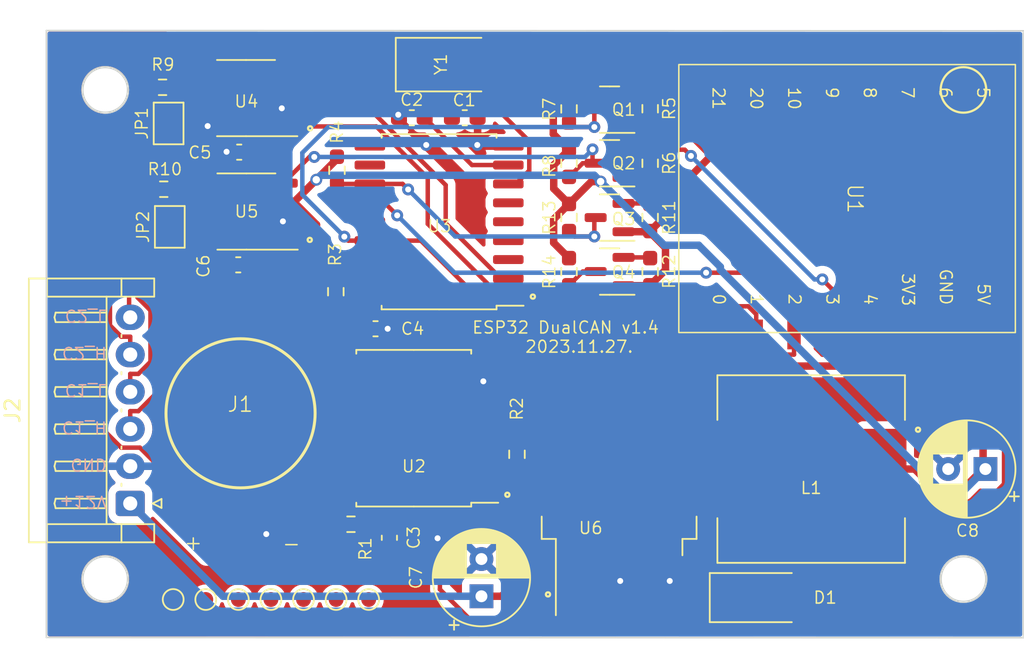
<source format=kicad_pcb>
(kicad_pcb (version 20221018) (generator pcbnew)
  (layers (0 "F.Cu" signal) (31 "B.Cu" signal) (34 "B.Paste" user) (35 "F.Paste" user) (36 "B.SilkS" user "B.Silkscreen") (37 "F.SilkS" user "F.Silkscreen") (38 "B.Mask" user) (39 "F.Mask" user) (44 "Edge.Cuts" user))
  (net 0 "")
  (net 1 "GNDD")
  (net 2 "5V")
  (net 3 "/MOSI")
  (net 4 "/SCK")
  (net 5 "/MISO")
  (net 6 "/+12V")
  (net 7 "/3V3")
  (net 8 "/CAN_TX")
  (net 9 "/CAN_RX")
  (net 10 "/IRQ")
  (net 11 "/MISO_R")
  (net 12 "/CAN_RX_R")
  (net 13 "/IRQ_R")
  (net 14 "/CAN2_L")
  (net 15 "/CAN2_H")
  (net 16 "/CAN1_L")
  (net 17 "/CAN1_H")
  (net 18 "/CS_CAN")
  (net 19 "/TX2")
  (net 20 "/RX2")
  (net 21 "Net-(Q4-S)")
  (net 22 "Net-(Q4-D)")
  (net 23 "/VBAT")
  (net 24 "Net-(JP1-A)")
  (net 27 "Net-(U3-OSC2)")
  (net 28 "Net-(U3-OSC1)")
  (net 29 "Net-(D1-K)")
  (net 30 "Net-(JP2-A)")
  (net 31 "Net-(U3-~{RESET})")
  (net 39 "Net-(U3-TXCAN)")
  (net 40 "Net-(U3-RXCAN)")
  (footprint "Capacitor_SMD:C_0603_1608Metric_Pad1.08x0.95mm_HandSolder" (layer "F.Cu") (at 140.0284 121.666)
    (fp_text reference "C1")
    (fp_text value "22pF")
  )
  (footprint "Capacitor_SMD:C_0603_1608Metric_Pad1.08x0.95mm_HandSolder" (layer "F.Cu") (at 136.4724 121.666 180)
    (fp_text reference "C2")
    (fp_text value "22pF")
  )
  (footprint "Capacitor_SMD:C_0603_1608Metric_Pad1.08x0.95mm_HandSolder" (layer "F.Cu") (at 124.8126 131.5466)
    (fp_text reference "C6")
    (fp_text value "100nF")
  )
  (footprint "Connector_JST:JST_EH_S6B-EH_1x06_P2.50mm_Horizontal" (layer "F.Cu") (at 117.5575 147.574 90)
    (fp_text reference "J2")
    (fp_text value "Conn_01x06_Male")
  )
  (footprint "Resistor_SMD:R_0603_1608Metric_Pad0.98x0.95mm_HandSolder" (layer "F.Cu") (at 119.8088 126.4666 180)
    (fp_text reference "R10")
    (fp_text value "120")
  )
  (footprint "Resistor_SMD:R_0603_1608Metric_Pad0.98x0.95mm_HandSolder" (layer "F.Cu") (at 152.4811 121.0591 90)
    (fp_text reference "R5")
    (fp_text value "10K")
  )
  (footprint "Resistor_SMD:R_0603_1608Metric_Pad0.98x0.95mm_HandSolder" (layer "F.Cu") (at 152.4811 124.7253 90)
    (fp_text reference "R6")
    (fp_text value "10K")
  )
  (footprint "Resistor_SMD:R_0603_1608Metric_Pad0.98x0.95mm_HandSolder" (layer "F.Cu") (at 147.0311 124.7253 -90)
    (fp_text reference "R8")
    (fp_text value "10K")
  )
  (footprint "Resistor_SMD:R_0603_1608Metric_Pad0.98x0.95mm_HandSolder" (layer "F.Cu") (at 152.4811 128.3659 90)
    (fp_text reference "R11")
    (fp_text value "10K")
  )
  (footprint "Resistor_SMD:R_0603_1608Metric_Pad0.98x0.95mm_HandSolder" (layer "F.Cu") (at 152.4811 132.0066 90)
    (fp_text reference "R12")
    (fp_text value "10K")
  )
  (footprint "Resistor_SMD:R_0603_1608Metric_Pad0.98x0.95mm_HandSolder" (layer "F.Cu") (at 147.0311 128.3659 -90)
    (fp_text reference "R13")
    (fp_text value "10K")
  )
  (footprint "Resistor_SMD:R_0603_1608Metric_Pad0.98x0.95mm_HandSolder" (layer "F.Cu") (at 147.0311 132.0066 -90)
    (fp_text reference "R14")
    (fp_text value "10K")
  )
  (footprint "Capacitor_SMD:C_0603_1608Metric_Pad1.08x0.95mm_HandSolder" (layer "F.Cu") (at 134.034 135.8392 180)
    (fp_text reference "C4")
    (fp_text value "100nF")
  )
  (footprint "Resistor_SMD:R_0603_1608Metric_Pad0.98x0.95mm_HandSolder" (layer "F.Cu") (at 131.367 133.35 -90)
    (fp_text reference "R3")
    (fp_text value "10K")
  )
  (footprint "Resistor_SMD:R_0603_1608Metric_Pad0.98x0.95mm_HandSolder" (layer "F.Cu") (at 131.4432 125.1966 90)
    (fp_text reference "R4")
    (fp_text value "10K")
  )
  (footprint "PSACANBridgeHW_v14:ESP32_c3_supermini" (layer "F.Cu") (at 167.6146 128.7272 -90)
    (fp_text reference "U1")
    (fp_text value "~")
  )
  (footprint "Package_TO_SOT_SMD:SOT-23" (layer "F.Cu") (at 149.7561 124.7216 180)
    (fp_text reference "Q2")
    (fp_text value "BSS138")
  )
  (footprint "Package_SO:SOIC-8_3.9x4.9mm_P1.27mm" (layer "F.Cu") (at 125.3348 120.3452 180)
    (fp_text reference "U4")
    (fp_text value "TJA1042T")
  )
  (footprint "Capacitor_SMD:C_0603_1608Metric_Pad1.08x0.95mm_HandSolder" (layer "F.Cu") (at 134.9648 149.881 90)
    (fp_text reference "C3")
    (fp_text value "100nF")
  )
  (footprint "TestPoint:TestPoint_Pad_D1.0mm" (layer "F.Cu") (at 120.442567 154.0256)
    (fp_text reference "REF**" hide)
    (fp_text value "TestPoint_Pad_D1.0mm")
  )
  (footprint "Package_TO_SOT_SMD:TO-263-5_TabPin3" (layer "F.Cu") (at 150.397 145.131 90)
    (fp_text reference "U6")
    (fp_text value "LM2596S-5")
  )
  (footprint "Inductor_SMD:L_12x12mm_H8mm" (layer "F.Cu") (at 163.2966 145.2626 180)
    (fp_text reference "L1")
    (fp_text value "47uh")
  )
  (footprint "Capacitor_SMD:C_0603_1608Metric_Pad1.08x0.95mm_HandSolder" (layer "F.Cu") (at 124.8776 123.9774)
    (fp_text reference "C5")
    (fp_text value "100nF")
  )
  (footprint "Package_SO:SOIC-16W_7.5x10.3mm_P1.27mm" (layer "F.Cu") (at 136.6012 142.5194 180)
    (fp_text reference "U2")
    (fp_text value "DS3231M")
  )
  (footprint "Package_TO_SOT_SMD:SOT-23" (layer "F.Cu") (at 149.7561 128.3716 180)
    (fp_text reference "Q3")
    (fp_text value "BSS138")
  )
  (footprint "Crystal:Crystal_SMD_5032-2Pin_5.0x3.2mm" (layer "F.Cu") (at 138.4437 118.0968)
    (fp_text reference "Y1")
    (fp_text value "8MHz")
  )
  (footprint "Package_TO_SOT_SMD:SOT-23" (layer "F.Cu") (at 149.7561 121.1216 180)
    (fp_text reference "Q1")
    (fp_text value "BSS138")
  )
  (footprint "Package_SO:SOIC-18W_7.5x11.6mm_P1.27mm" (layer "F.Cu") (at 138.303 128.651 180)
    (fp_text reference "U3")
    (fp_text value "MCP2515-xSO")
  )
  (footprint "DS3231_BatteryHolder:DS3231_BatteryHolder" (layer "F.Cu") (at 124.9474 141.4161)
    (fp_text reference "J1")
    (fp_text value "Conn_01x02_Pin")
  )
  (footprint "TestPoint:TestPoint_Pad_D1.0mm" (layer "F.Cu") (at 122.6312 154.0256)
    (fp_text reference "REF**" hide)
    (fp_text value "TestPoint_Pad_D1.0mm")
  )
  (footprint "Resistor_SMD:R_0603_1608Metric_Pad0.98x0.95mm_HandSolder" (layer "F.Cu") (at 147.0311 121.0716 -90)
    (fp_text reference "R7")
    (fp_text value "10K")
  )
  (footprint "Capacitor_THT:CP_Radial_D6.3mm_P2.50mm" (layer "F.Cu") (at 175 145.2626 180)
    (fp_text reference "C8")
    (fp_text value "220uF")
  )
  (footprint "TestPoint:TestPoint_Pad_D1.0mm" (layer "F.Cu") (at 133.574367 154.0256)
    (fp_text reference "REF**" hide)
    (fp_text value "TestPoint_Pad_D1.0mm")
  )
  (footprint "Jumper:SolderJumper-2_P1.3mm_Open_Pad1.0x1.5mm" (layer "F.Cu") (at 120.1348 122.0482 90)
    (fp_text reference "JP1")
    (fp_text value "SolderJumper_2_Open")
  )
  (footprint "Resistor_SMD:R_0603_1608Metric_Pad0.98x0.95mm_HandSolder" (layer "F.Cu") (at 143.5354 144.272 -90)
    (fp_text reference "R2")
    (fp_text value "4.7K")
  )
  (footprint "Resistor_SMD:R_0603_1608Metric_Pad0.98x0.95mm_HandSolder" (layer "F.Cu") (at 119.7284 119.6202 180)
    (fp_text reference "R9")
    (fp_text value "120")
  )
  (footprint "Jumper:SolderJumper-2_P1.3mm_Open_Pad1.0x1.5mm" (layer "F.Cu") (at 120.2152 128.9962 90)
    (fp_text reference "JP2")
    (fp_text value "SolderJumper_2_Open")
  )
  (footprint "TestPoint:TestPoint_Pad_D1.0mm" (layer "F.Cu") (at 127.008466 154.0256)
    (fp_text reference "REF**" hide)
    (fp_text value "TestPoint_Pad_D1.0mm")
  )
  (footprint "TestPoint:TestPoint_Pad_D1.0mm" (layer "F.Cu") (at 131.385732 154.0256)
    (fp_text reference "REF**" hide)
    (fp_text value "TestPoint_Pad_D1.0mm")
  )
  (footprint "Capacitor_THT:CP_Radial_D6.3mm_P2.50mm" (layer "F.Cu") (at 141.1478 153.8078 90)
    (fp_text reference "C7")
    (fp_text value "100uF")
  )
  (footprint "TestPoint:TestPoint_Pad_D1.0mm" (layer "F.Cu") (at 129.197099 154.0256)
    (fp_text reference "REF**" hide)
    (fp_text value "TestPoint_Pad_D1.0mm")
  )
  (footprint "TestPoint:TestPoint_Pad_D1.0mm" (layer "F.Cu") (at 124.819833 154.0256)
    (fp_text reference "REF**" hide)
    (fp_text value "TestPoint_Pad_D1.0mm")
  )
  (footprint "Diode_SMD:D_SMA" (layer "F.Cu") (at 159.9946 153.8986)
    (fp_text reference "D1")
    (fp_text value "SS34")
  )
  (footprint "Package_TO_SOT_SMD:SOT-23" (layer "F.Cu") (at 149.7561 131.9966 180)
    (fp_text reference "Q4")
    (fp_text value "BSS138")
  )
  (footprint "Resistor_SMD:R_0603_1608Metric_Pad0.98x0.95mm_HandSolder" (layer "F.Cu") (at 132.3848 148.971 180)
    (fp_text reference "R1")
    (fp_text value "4.7K")
  )
  (footprint "Package_SO:SOIC-8_3.9x4.9mm_P1.27mm" (layer "F.Cu") (at 125.3602 127.9652 180)
    (fp_text reference "U5")
    (fp_text value "TJA1042T")
  )
  (gr_circle (center 173.525 119.795718) (end 175.054283 119.795718) (stroke (width 0.15)) (fill none) (layer "F.SilkS"))
  (gr_circle (center 129.640876 122.3756) (end 129.710876 122.4956) (stroke (width 0.15)) (fill none) (layer "F.SilkS"))
  (gr_circle (center 142.888476 146.9898) (end 142.958476 147.1098) (stroke (width 0.15)) (fill none) (layer "F.SilkS"))
  (gr_circle (center 144.6022 133.6802) (end 144.6722 133.8002) (stroke (width 0.15)) (fill none) (layer "F.SilkS"))
  (gr_circle (center 129.6162 129.8702) (end 129.6862 129.9902) (stroke (width 0.15)) (fill none) (layer "F.SilkS"))
  (gr_circle (center 145.6182 153.683476) (end 145.6882 153.803476) (stroke (width 0.15)) (fill none) (layer "F.SilkS"))
  (gr_circle (center 170.472876 142.621) (end 170.542876 142.741) (stroke (width 0.15)) (fill none) (layer "F.SilkS"))
  (gr_circle (center 115.875 119.795718) (end 116.891 120.938718) (stroke (width 0.15)) (fill none) (layer "Edge.Cuts"))
  (gr_circle (center 173.525 152.65) (end 174.541 153.793) (stroke (width 0.15)) (fill none) (layer "Edge.Cuts"))
  (gr_line (start 177.546 115.824) (end 177.546 156.591) (stroke (width 0.1)) (layer "Edge.Cuts"))
  (gr_line (start 177.546 156.591) (end 111.925 156.575) (stroke (width 0.1)) (layer "Edge.Cuts"))
  (gr_line (start 111.925 115.808) (end 177.546 115.824) (stroke (width 0.1)) (layer "Edge.Cuts"))
  (gr_circle (center 115.875 152.65) (end 116.891 153.793) (stroke (width 0.15)) (fill none) (layer "Edge.Cuts"))
  (gr_line (start 111.925 156.575) (end 111.925 115.808) (stroke (width 0.1)) (layer "Edge.Cuts"))
  (gr_text "C2_H" (at 114.4778 137.4648 180) (layer "B.SilkS") (effects (font (size 0.8 0.8) (thickness 0.1)) (justify mirror)))
  (gr_text "C1_L" (at 114.573038 139.9667 180) (layer "B.SilkS") (effects (font (size 0.8 0.8) (thickness 0.1)) (justify mirror)))
  (gr_text "C1_H" (at 114.4778 142.4686 180) (layer "B.SilkS") (effects (font (size 0.8 0.8) (thickness 0.1)) (justify mirror)))
  (gr_text "GND" (at 114.763515 144.9705 180) (layer "B.SilkS") (effects (font (size 0.8 0.8) (thickness 0.1)) (justify mirror)))
  (gr_text "+12V" (at 114.382562 147.4724 180) (layer "B.SilkS") (effects (font (size 0.8 0.8) (thickness 0.1)) (justify mirror)))
  (gr_text "C2_L" (at 114.573038 134.9629 180) (layer "B.SilkS") (effects (font (size 0.8 0.8) (thickness 0.1)) (justify mirror)))
  (gr_text "ESP32 DualCAN v1.4\n   2023.11.27." (at 146.8 136.4) (layer "F.SilkS") (effects (font (size 0.8 0.8) (thickness 0.1))))
  (segment (start 135.5598 121.6152) (end 137.4394 123.4948) (width 0.3) (layer "F.Cu") (net 1))
  (segment (start 135.5598 121.4628) (end 135.5598 121.6152) (width 0.3) (layer "F.Cu") (net 1))
  (via (at 153.797 152.781) (size 0.8) (drill 0.4) (layers "F.Cu" "B.Cu") (net 1))
  (via (at 138.2014 149.9108) (size 0.8) (drill 0.4) (layers "F.Cu" "B.Cu") (net 1))
  (via (at 134.8486 135.8392) (size 0.8) (drill 0.4) (layers "F.Cu" "B.Cu") (net 1))
  (via (at 141.2748 139.3698) (size 0.8) (drill 0.4) (layers "F.Cu" "B.Cu") (net 1))
  (via (at 126.6952 149.6314) (size 0.8) (drill 0.4) (layers "F.Cu" "B.Cu") (net 1))
  (via (at 135.5598 121.4628) (size 0.8) (drill 0.4) (layers "F.Cu" "B.Cu") (net 1))
  (via (at 122.7582 122.2248) (size 0.8) (drill 0.4) (layers "F.Cu" "B.Cu") (net 1))
  (via (at 137.4394 123.4948) (size 0.8) (drill 0.4) (layers "F.Cu" "B.Cu") (net 1))
  (via (at 127.7366 121.031) (size 0.8) (drill 0.4) (layers "F.Cu" "B.Cu") (net 1))
  (via (at 150.4696 152.781) (size 0.8) (drill 0.4) (layers "F.Cu" "B.Cu") (net 1))
  (via (at 140.8684 123.4948) (size 0.8) (drill 0.4) (layers "F.Cu" "B.Cu") (net 1))
  (via (at 124.0282 123.952) (size 0.8) (drill 0.4) (layers "F.Cu" "B.Cu") (net 1))
  (via (at 127.8128 128.6256) (size 0.8) (drill 0.4) (layers "F.Cu" "B.Cu") (net 1))
  (segment (start 137.4394 123.4948) (end 140.8684 123.4948) (width 0.3) (layer "B.Cu") (net 1))
  (segment (start 145.9983 128.4862) (end 145.9983 130.0613) (width 0.5) (layer "F.Cu") (net 2))
  (segment (start 147.0311 123.8128) (end 145.9751 122.7568) (width 0.5) (layer "F.Cu") (net 2))
  (segment (start 125.7401 121.0098) (end 127.0397 119.7102) (width 0.5) (layer "F.Cu") (net 2))
  (segment (start 174.8446 145.2626) (end 174.8446 136.2232) (width 0.5) (layer "F.Cu") (net 2))
  (segment (start 130.0683 128.8455) (end 128.553 127.3302) (width 0.5) (layer "F.Cu") (net 2))
  (segment (start 145.9983 130.0613) (end 147.0311 131.0941) (width 0.5) (layer "F.Cu") (net 2))
  (segment (start 131.4432 124.44) (end 130.0531 125.8301) (width 0.5) (layer "F.Cu") (net 2))
  (segment (start 145.9751 121.2151) (end 147.0311 120.1591) (width 0.5) (layer "F.Cu") (net 2))
  (segment (start 161.5827 149.9246) (end 166.2447 145.2626) (width 0.5) (layer "F.Cu") (net 2))
  (segment (start 131.367 134.2625) (end 130.0683 132.9638) (width 0.5) (layer "F.Cu") (net 2))
  (segment (start 125.6751 131.5466) (end 125.6751 128.7582) (width 0.5) (layer "F.Cu") (net 2))
  (segment (start 146.0033 126.4256) (end 146.0033 124.8406) (width 0.5) (layer "F.Cu") (net 2))
  (segment (start 168.2466 145.2626) (end 166.2447 145.2626) (width 0.5) (layer "F.Cu") (net 2))
  (segment (start 133.1215 134.2625) (end 131.367 134.2625) (width 0.5) (layer "F.Cu") (net 2))
  (segment (start 127.0397 119.7102) (end 127.8098 119.7102) (width 0.5) (layer "F.Cu") (net 2))
  (segment (start 127.1031 127.3302) (end 125.7401 125.9672) (width 0.5) (layer "F.Cu") (net 2))
  (segment (start 147.0311 127.4534) (end 146.0033 126.4256) (width 0.5) (layer "F.Cu") (net 2))
  (segment (start 127.1031 127.3302) (end 127.8352 127.3302) (width 0.5) (layer "F.Cu") (net 2))
  (segment (start 125.6751 128.7582) (end 127.1031 127.3302) (width 0.5) (layer "F.Cu") (net 2))
  (segment (start 152.097 150.9693) (end 153.1417 149.9246) (width 0.5) (layer "F.Cu") (net 2))
  (segment (start 128.553 127.3302) (end 127.8352 127.3302) (width 0.5) (layer "F.Cu") (net 2))
  (segment (start 152.097 152.781) (end 152.097 150.9693) (width 0.5) (layer "F.Cu") (net 2))
  (segment (start 147.0311 127.4534) (end 145.9983 128.4862) (width 0.5) (layer "F.Cu") (net 2))
  (segment (start 125.7401 123.9774) (end 125.7401 121.0098) (width 0.5) (layer "F.Cu") (net 2))
  (segment (start 149.1529 125.9534) (end 148.5311 125.9534) (width 0.5) (layer "F.Cu") (net 2))
  (segment (start 171.6082 146.6223) (end 173.4849 146.6223) (width 0.5) (layer "F.Cu") (net 2))
  (segment (start 174.8446 145.2626) (end 175 145.2626) (width 0.5) (layer "F.Cu") (net 2))
  (segment (start 146.0033 124.8406) (end 147.0311 123.8128) (width 0.5) (layer "F.Cu") (net 2))
  (segment (start 153.1417 149.9246) (end 161.5827 149.9246) (width 0.5) (layer "F.Cu") (net 2))
  (segment (start 170.2485 145.2626) (end 171.6082 146.6223) (width 0.5) (layer "F.Cu") (net 2))
  (segment (start 131.4432 124.2841) (end 131.4432 124.44) (width 0.5) (layer "F.Cu") (net 2))
  (segment (start 130.0531 125.8301) (end 128.553 127.3302) (width 0.5) (layer "F.Cu") (net 2))
  (segment (start 133.1715 135.8392) (end 133.1215 135.7892) (width 0.5) (layer "F.Cu") (net 2))
  (segment (start 173.4849 146.6223) (end 174.8446 145.2626) (width 0.5) (layer "F.Cu") (net 2))
  (segment (start 148.5311 125.9534) (end 147.0311 127.4534) (width 0.5) (layer "F.Cu") (net 2))
  (segment (start 125.7401 125.9672) (end 125.7401 123.9774) (width 0.5) (layer "F.Cu") (net 2))
  (segment (start 133.1215 135.7892) (end 133.1215 134.2625) (width 0.5) (layer "F.Cu") (net 2))
  (segment (start 130.0683 132.9638) (end 130.0683 128.8455) (width 0.5) (layer "F.Cu") (net 2))
  (segment (start 133.1215 134.2625) (end 133.653 133.731) (width 0.5) (layer "F.Cu") (net 2))
  (segment (start 145.9751 122.7568) (end 145.9751 121.2151) (width 0.5) (layer "F.Cu") (net 2))
  (segment (start 168.2466 145.2626) (end 170.2485 145.2626) (width 0.5) (layer "F.Cu") (net 2))
  (via (at 130.0531 125.8301) (size 0.8) (drill 0.5) (layers "F.Cu" "B.Cu") (net 2))
  (via (at 149.1529 125.9534) (size 0.8) (drill 0.5) (layers "F.Cu" "B.Cu") (net 2))
  (segment (start 149.1529 125.9534) (end 148.7299 125.5304) (width 0.5) (layer "B.Cu") (net 2))
  (segment (start 148.7299 125.5304) (end 130.3528 125.5304) (width 0.5) (layer "B.Cu") (net 2))
  (segment (start 172.0008 146.6804) (end 157.1966 131.8762) (width 0.5) (layer "B.Cu") (net 2))
  (segment (start 157.1966 131.6842) (end 155.7424 130.23) (width 0.5) (layer "B.Cu") (net 2))
  (segment (start 173.5822 146.6804) (end 172.0008 146.6804) (width 0.5) (layer "B.Cu") (net 2))
  (segment (start 130.3528 125.5304) (end 130.0531 125.8301) (width 0.5) (layer "B.Cu") (net 2))
  (segment (start 153.4295 130.23) (end 149.1529 125.9534) (width 0.5) (layer "B.Cu") (net 2))
  (segment (start 155.7424 130.23) (end 153.4295 130.23) (width 0.5) (layer "B.Cu") (net 2))
  (segment (start 157.1966 131.8762) (end 157.1966 131.6842) (width 0.5) (layer "B.Cu") (net 2))
  (segment (start 175 145.2626) (end 173.5822 146.6804) (width 0.5) (layer "B.Cu") (net 2))
  (segment (start 154.9566 134.4187) (end 155.0435 134.3318) (width 0.3) (layer "F.Cu") (net 3))
  (segment (start 134.137 128.651) (end 135.407 129.921) (width 0.3) (layer "F.Cu") (net 3))
  (segment (start 159.6046 136.2232) (end 159.6046 134.8713) (width 0.3) (layer "F.Cu") (net 3))
  (segment (start 137.0805 129.921) (end 141.5782 134.4187) (width 0.3) (layer "F.Cu") (net 3))
  (segment (start 159.0651 134.3318) (end 159.6046 134.8713) (width 0.3) (layer "F.Cu") (net 3))
  (segment (start 141.5782 134.4187) (end 154.9566 134.4187) (width 0.3) (layer "F.Cu") (net 3))
  (segment (start 135.407 129.921) (end 137.0805 129.921) (width 0.3) (layer "F.Cu") (net 3))
  (segment (start 155.0435 134.3318) (end 159.0651 134.3318) (width 0.3) (layer "F.Cu") (net 3))
  (segment (start 133.653 128.651) (end 134.137 128.651) (width 0.3) (layer "F.Cu") (net 3))
  (segment (start 159.9631 132.0747) (end 163.6193 135.7309) (width 0.3) (layer "F.Cu") (net 4))
  (segment (start 133.653 127.381) (end 134.6476 127.381) (width 0.3) (layer "F.Cu") (net 4))
  (segment (start 167.2246 136.2232) (end 167.2246 137.5751) (width 0.3) (layer "F.Cu") (net 4))
  (segment (start 163.6193 137.1511) (end 164.0433 137.5751) (width 0.3) (layer "F.Cu") (net 4))
  (segment (start 156.2393 132.0747) (end 159.9631 132.0747) (width 0.3) (layer "F.Cu") (net 4))
  (segment (start 164.0433 137.5751) (end 167.2246 137.5751) (width 0.3) (layer "F.Cu") (net 4))
  (segment (start 134.6476 127.381) (end 135.4883 128.2217) (width 0.3) (layer "F.Cu") (net 4))
  (segment (start 163.6193 135.7309) (end 163.6193 137.1511) (width 0.3) (layer "F.Cu") (net 4))
  (via (at 135.4883 128.2217) (size 0.8) (drill 0.4) (layers "F.Cu" "B.Cu") (net 4))
  (via (at 156.2393 132.0747) (size 0.8) (drill 0.4) (layers "F.Cu" "B.Cu") (net 4))
  (segment (start 156.2393 132.0747) (end 139.3413 132.0747) (width 0.3) (layer "B.Cu") (net 4))
  (segment (start 139.3413 132.0747) (end 135.4883 128.2217) (width 0.3) (layer "B.Cu") (net 4))
  (segment (start 148.7313 122.2905) (end 148.7313 121.2089) (width 0.3) (layer "F.Cu") (net 5))
  (segment (start 148.7313 121.2089) (end 148.8186 121.1216) (width 0.3) (layer "F.Cu") (net 5))
  (segment (start 132.2065 129.921) (end 131.939 129.6535) (width 0.3) (layer "F.Cu") (net 5))
  (segment (start 133.653 129.921) (end 132.2065 129.921) (width 0.3) (layer "F.Cu") (net 5))
  (segment (start 148.7313 122.2905) (end 147.3375 122.2905) (width 0.3) (layer "F.Cu") (net 5))
  (segment (start 147.3375 122.2905) (end 147.0311 121.9841) (width 0.3) (layer "F.Cu") (net 5))
  (via (at 148.7313 122.2905) (size 0.8) (drill 0.4) (layers "F.Cu" "B.Cu") (net 5))
  (via (at 131.939 129.6535) (size 0.8) (drill 0.4) (layers "F.Cu" "B.Cu") (net 5))
  (segment (start 131.939 129.6535) (end 129.1176 126.8321) (width 0.3) (layer "B.Cu") (net 5))
  (segment (start 129.1176 124.022) (end 130.8491 122.2905) (width 0.3) (layer "B.Cu") (net 5))
  (segment (start 130.8491 122.2905) (end 148.7313 122.2905) (width 0.3) (layer "B.Cu") (net 5))
  (segment (start 129.1176 126.8321) (end 129.1176 124.022) (width 0.3) (layer "B.Cu") (net 5))
  (segment (start 143.5265 152.781) (end 146.997 152.781) (width 0.5) (layer "F.Cu") (net 6))
  (segment (start 141.1478 153.8078) (end 142.4997 153.8078) (width 0.5) (layer "F.Cu") (net 6))
  (segment (start 142.4997 153.8078) (end 143.5265 152.781) (width 0.5) (layer "F.Cu") (net 6))
  (segment (start 123.7913 153.8078) (end 117.5575 147.574) (width 0.5) (layer "B.Cu") (net 6))
  (segment (start 141.1478 153.8078) (end 123.7913 153.8078) (width 0.5) (layer "B.Cu") (net 6))
  (segment (start 141.2512 143.1544) (end 143.3303 143.1544) (width 0.5) (layer "F.Cu") (net 7))
  (segment (start 159.2957 124.2024) (end 169.7646 134.6713) (width 0.5) (layer "F.Cu") (net 7))
  (segment (start 150.6936 125.6716) (end 152.4473 125.6716) (width 0.5) (layer "F.Cu") (net 7))
  (segment (start 153.5292 126.6859) (end 152.4811 125.6378) (width 0.5) (layer "F.Cu") (net 7))
  (segment (start 156.5926 124.2024) (end 159.2957 124.2024) (width 0.5) (layer "F.Cu") (net 7))
  (segment (start 169.7646 135.8413) (end 169.7646 136.2232) (width 0.5) (layer "F.Cu") (net 7))
  (segment (start 135.5249 149.0185) (end 134.9648 149.0185) (width 0.5) (layer "F.Cu") (net 7))
  (segment (start 154.3618 121.9716) (end 152.4811 121.9716) (width 0.5) (layer "F.Cu") (net 7))
  (segment (start 152.3811 122.0716) (end 152.4811 121.9716) (width 0.5) (layer "F.Cu") (net 7))
  (segment (start 150.6936 132.9466) (end 152.4536 132.9466) (width 0.5) (layer "F.Cu") (net 7))
  (segment (start 152.4536 132.9466) (end 152.4811 132.9191) (width 0.5) (layer "F.Cu") (net 7))
  (segment (start 139.6323 144.9111) (end 135.5249 149.0185) (width 0.5) (layer "F.Cu") (net 7))
  (segment (start 169.7646 135.8413) (end 169.7646 134.6713) (width 0.5) (layer "F.Cu") (net 7))
  (segment (start 153.5115 131.8887) (end 153.5115 130.3952) (width 0.5) (layer "F.Cu") (net 7))
  (segment (start 133.2973 148.971) (end 134.9173 148.971) (width 0.5) (layer "F.Cu") (net 7))
  (segment (start 169.7646 136.2232) (end 169.7646 137.7751) (width 0.5) (layer "F.Cu") (net 7))
  (segment (start 150.6936 122.0716) (end 152.3811 122.0716) (width 0.5) (layer "F.Cu") (net 7))
  (segment (start 153.5292 128.2303) (end 153.5292 126.6859) (width 0.5) (layer "F.Cu") (net 7))
  (segment (start 152.4811 129.2784) (end 153.5292 128.2303) (width 0.5) (layer "F.Cu") (net 7))
  (segment (start 144.933 138.3472) (end 169.1925 138.3472) (width 0.5) (layer "F.Cu") (net 7))
  (segment (start 169.1925 138.3472) (end 169.7646 137.7751) (width 0.5) (layer "F.Cu") (net 7))
  (segment (start 152.4811 132.9191) (end 153.5115 131.8887) (width 0.5) (layer "F.Cu") (net 7))
  (segment (start 153.5115 130.3952) (end 152.4379 129.3216) (width 0.5) (layer "F.Cu") (net 7))
  (segment (start 134.9173 148.971) (end 134.9648 149.0185) (width 0.5) (layer "F.Cu") (net 7))
  (segment (start 143.3303 143.1544) (end 143.5354 143.3595) (width 0.5) (layer "F.Cu") (net 7))
  (segment (start 140.4157 143.1544) (end 141.2512 143.1544) (width 0.5) (layer "F.Cu") (net 7))
  (segment (start 150.6936 129.3216) (end 152.4379 129.3216) (width 0.5) (layer "F.Cu") (net 7))
  (segment (start 152.4379 129.3216) (end 152.4811 129.2784) (width 0.5) (layer "F.Cu") (net 7))
  (segment (start 139.6323 144.9111) (end 140.4156 145.6944) (width 0.5) (layer "F.Cu") (net 7))
  (segment (start 152.4473 125.6716) (end 152.4811 125.6378) (width 0.5) (layer "F.Cu") (net 7))
  (segment (start 156.5926 124.2024) (end 154.3618 121.9716) (width 0.5) (layer "F.Cu") (net 7))
  (segment (start 139.6323 144.9111) (end 139.6323 143.9378) (width 0.5) (layer "F.Cu") (net 7))
  (segment (start 143.3303 139.9499) (end 144.933 138.3472) (width 0.5) (layer "F.Cu") (net 7))
  (segment (start 143.3303 143.1544) (end 143.3303 139.9499) (width 0.5) (layer "F.Cu") (net 7))
  (segment (start 154.1091 126.6859) (end 156.5926 124.2024) (width 0.5) (layer "F.Cu") (net 7))
  (segment (start 139.6323 143.9378) (end 140.4157 143.1544) (width 0.5) (layer "F.Cu") (net 7))
  (segment (start 140.4156 145.6944) (end 141.2512 145.6944) (width 0.5) (layer "F.Cu") (net 7))
  (segment (start 153.5292 126.6859) (end 154.1091 126.6859) (width 0.5) (layer "F.Cu") (net 7))
  (segment (start 156.3134 137.4197) (end 156.4688 137.5751) (width 0.3) (layer "F.Cu") (net 8))
  (segment (start 162.1446 136.2232) (end 162.1446 137.5751) (width 0.3) (layer "F.Cu") (net 8))
  (segment (start 133.0468 137.4197) (end 156.3134 137.4197) (width 0.3) (layer "F.Cu") (net 8))
  (segment (start 127.8352 132.2081) (end 133.0468 137.4197) (width 0.3) (layer "F.Cu") (net 8))
  (segment (start 127.8352 129.8702) (end 127.8352 132.2081) (width 0.3) (layer "F.Cu") (net 8))
  (segment (start 156.4688 137.5751) (end 162.1446 137.5751) (width 0.3) (layer "F.Cu") (net 8))
  (segment (start 129.5962 124.2992) (end 129.9185 124.2992) (width 0.3) (layer "F.Cu") (net 9))
  (segment (start 127.8352 126.0602) (end 129.5962 124.2992) (width 0.3) (layer "F.Cu") (net 9))
  (segment (start 148.6103 123.7899) (end 148.6103 124.7216) (width 0.3) (layer "F.Cu") (net 9))
  (segment (start 148.8186 124.7216) (end 148.6103 124.7216) (width 0.3) (layer "F.Cu") (net 9))
  (segment (start 148.6103 124.7216) (end 147.9473 124.7216) (width 0.3) (layer "F.Cu") (net 9))
  (segment (start 147.9473 124.7216) (end 147.0311 125.6378) (width 0.3) (layer "F.Cu") (net 9))
  (via (at 129.9185 124.2992) (size 0.8) (drill 0.4) (layers "F.Cu" "B.Cu") (net 9))
  (via (at 148.6103 123.7899) (size 0.8) (drill 0.4) (layers "F.Cu" "B.Cu") (net 9))
  (segment (start 148.101 124.2992) (end 129.9185 124.2992) (width 0.3) (layer "B.Cu") (net 9))
  (segment (start 148.6103 123.7899) (end 148.101 124.2992) (width 0.3) (layer "B.Cu") (net 9))
  (segment (start 148.7313 129.6413) (end 148.7313 128.4589) (width 0.3) (layer "F.Cu") (net 10))
  (segment (start 133.653 126.111) (end 135.853 126.111) (width 0.3) (layer "F.Cu") (net 10))
  (segment (start 131.4432 126.1091) (end 131.4451 126.111) (width 0.3) (layer "F.Cu") (net 10))
  (segment (start 148.7313 129.6413) (end 147.394 129.6413) (width 0.3) (layer "F.Cu") (net 10))
  (segment (start 135.853 126.111) (end 136.2243 126.4823) (width 0.3) (layer "F.Cu") (net 10))
  (segment (start 148.7313 128.4589) (end 148.8186 128.3716) (width 0.3) (layer "F.Cu") (net 10))
  (segment (start 131.4451 126.111) (end 133.653 126.111) (width 0.3) (layer "F.Cu") (net 10))
  (segment (start 147.394 129.6413) (end 147.0311 129.2784) (width 0.3) (layer "F.Cu") (net 10))
  (via (at 148.7313 129.6413) (size 0.8) (drill 0.4) (layers "F.Cu" "B.Cu") (net 10))
  (via (at 136.2243 126.4823) (size 0.8) (drill 0.4) (layers "F.Cu" "B.Cu") (net 10))
  (segment (start 139.3833 129.6413) (end 148.7313 129.6413) (width 0.3) (layer "B.Cu") (net 10))
  (segment (start 136.2243 126.4823) (end 139.3833 129.6413) (width 0.3) (layer "B.Cu") (net 10))
  (segment (start 152.4811 120.1466) (end 173.8971 120.1466) (width 0.3) (layer "F.Cu") (net 11))
  (segment (start 150.6936 120.1716) (end 152.4561 120.1716) (width 0.3) (layer "F.Cu") (net 11))
  (segment (start 173.8971 120.1466) (end 174.8546 119.1891) (width 0.3) (layer "F.Cu") (net 11))
  (segment (start 152.4561 120.1716) (end 152.4811 120.1466) (width 0.3) (layer "F.Cu") (net 11))
  (segment (start 174.8546 117.8372) (end 174.8546 119.1891) (width 0.3) (layer "F.Cu") (net 11))
  (segment (start 164.0451 132.5239) (end 164.6846 133.1634) (width 0.3) (layer "F.Cu") (net 12))
  (segment (start 152.4811 123.8128) (end 154.8037 123.8128) (width 0.3) (layer "F.Cu") (net 12))
  (segment (start 164.6846 133.1634) (end 164.6846 136.2232) (width 0.3) (layer "F.Cu") (net 12))
  (segment (start 150.6936 123.7716) (end 150.7348 123.8128) (width 0.3) (layer "F.Cu") (net 12))
  (segment (start 150.7348 123.8128) (end 152.4811 123.8128) (width 0.3) (layer "F.Cu") (net 12))
  (segment (start 154.8037 123.8128) (end 155.2198 124.2289) (width 0.3) (layer "F.Cu") (net 12))
  (via (at 164.0451 132.5239) (size 0.8) (drill 0.4) (layers "F.Cu" "B.Cu") (net 12))
  (via (at 155.2198 124.2289) (size 0.8) (drill 0.4) (layers "F.Cu" "B.Cu") (net 12))
  (segment (start 155.2198 124.2289) (end 163.5148 132.5239) (width 0.3) (layer "B.Cu") (net 12))
  (segment (start 163.5148 132.5239) (end 164.0451 132.5239) (width 0.3) (layer "B.Cu") (net 12))
  (segment (start 150.6936 127.4216) (end 152.4493 127.4216) (width 0.3) (layer "F.Cu") (net 13))
  (segment (start 152.4493 127.4216) (end 152.4811 127.4534) (width 0.3) (layer "F.Cu") (net 13))
  (segment (start 124.1915 122.6599) (end 124.1915 120.5894) (width 0.3) (layer "F.Cu") (net 14))
  (segment (start 117.4811 134.9976) (end 117.4811 125.8151) (width 0.3) (layer "F.Cu") (net 14))
  (segment (start 120.6409 119.6202) (end 120.7309 119.7102) (width 0.3) (layer "F.Cu") (net 14))
  (segment (start 123.3123 119.7102) (end 122.8598 119.7102) (width 0.3) (layer "F.Cu") (net 14))
  (segment (start 121.922 124.6981) (end 123.569 123.0511) (width 0.3) (layer "F.Cu") (net 14))
  (segment (start 117.5575 135.074) (end 117.4811 134.9976) (width 0.3) (layer "F.Cu") (net 14))
  (segment (start 123.8003 123.0511) (end 124.1915 122.6599) (width 0.3) (layer "F.Cu") (net 14))
  (segment (start 124.1915 120.5894) (end 123.3123 119.7102) (width 0.3) (layer "F.Cu") (net 14))
  (segment (start 118.5981 124.6981) (end 121.922 124.6981) (width 0.3) (layer "F.Cu") (net 14))
  (segment (start 117.4811 125.8151) (end 118.5981 124.6981) (width 0.3) (layer "F.Cu") (net 14))
  (segment (start 123.569 123.0511) (end 123.8003 123.0511) (width 0.3) (layer "F.Cu") (net 14))
  (segment (start 120.7309 119.7102) (end 122.8598 119.7102) (width 0.3) (layer "F.Cu") (net 14))
  (segment (start 118.4641 124.0891) (end 120.5257 124.0891) (width 0.3) (layer "F.Cu") (net 15))
  (segment (start 117.5575 137.574) (end 117.5575 136.3721) (width 0.3) (layer "F.Cu") (net 15))
  (segment (start 117.5575 136.3721) (end 116.9565 136.3721) (width 0.3) (layer "F.Cu") (net 15))
  (segment (start 116.9565 136.3721) (end 116.195 135.6106) (width 0.3) (layer "F.Cu") (net 15))
  (segment (start 120.1348 121.3982) (end 121.2367 121.3982) (width 0.3) (layer "F.Cu") (net 15))
  (segment (start 116.195 135.6106) (end 116.195 126.3582) (width 0.3) (layer "F.Cu") (net 15))
  (segment (start 121.2367 121.3982) (end 122.4418 121.3982) (width 0.3) (layer "F.Cu") (net 15))
  (segment (start 116.195 126.3582) (end 118.4641 124.0891) (width 0.3) (layer "F.Cu") (net 15))
  (segment (start 120.5257 124.0891) (end 121.2367 123.3781) (width 0.3) (layer "F.Cu") (net 15))
  (segment (start 122.4418 121.3982) (end 122.8598 120.9802) (width 0.3) (layer "F.Cu") (net 15))
  (segment (start 121.2367 123.3781) (end 121.2367 121.3982) (width 0.3) (layer "F.Cu") (net 15))
  (segment (start 118.0515 133.7432) (end 118.0515 125.9876) (width 0.3) (layer "F.Cu") (net 16))
  (segment (start 118.0515 125.9876) (end 118.4225 125.6166) (width 0.3) (layer "F.Cu") (net 16))
  (segment (start 121.5849 127.3302) (end 120.7213 126.4666) (width 0.3) (layer "F.Cu") (net 16))
  (segment (start 118.1027 138.8721) (end 118.9171 138.0577) (width 0.3) (layer "F.Cu") (net 16))
  (segment (start 118.4225 125.6166) (end 119.8713 125.6166) (width 0.3) (layer "F.Cu") (net 16))
  (segment (start 117.5575 140.074) (end 117.5575 138.8721) (width 0.3) (layer "F.Cu") (net 16))
  (segment (start 122.8852 127.3302) (end 121.5849 127.3302) (width 0.3) (layer "F.Cu") (net 16))
  (segment (start 119.8713 125.6166) (end 120.7213 126.4666) (width 0.3) (layer "F.Cu") (net 16))
  (segment (start 118.9171 134.6088) (end 118.0515 133.7432) (width 0.3) (layer "F.Cu") (net 16))
  (segment (start 117.5575 138.8721) (end 118.1027 138.8721) (width 0.3) (layer "F.Cu") (net 16))
  (segment (start 118.9171 138.0577) (end 118.9171 134.6088) (width 0.3) (layer "F.Cu") (net 16))
  (segment (start 120.2152 128.3462) (end 121.3171 128.3462) (width 0.3) (layer "F.Cu") (net 17))
  (segment (start 121.3171 128.3462) (end 121.3171 128.4799) (width 0.3) (layer "F.Cu") (net 17))
  (segment (start 117.5575 142.574) (end 117.5575 141.3721) (width 0.3) (layer "F.Cu") (net 17))
  (segment (start 121.4374 128.6002) (end 122.8852 128.6002) (width 0.3) (layer "F.Cu") (net 17))
  (segment (start 121.4374 138.0374) (end 118.1027 141.3721) (width 0.3) (layer "F.Cu") (net 17))
  (segment (start 121.3171 128.4799) (end 121.4374 128.6002) (width 0.3) (layer "F.Cu") (net 17))
  (segment (start 118.1027 141.3721) (end 117.5575 141.3721) (width 0.3) (layer "F.Cu") (net 17))
  (segment (start 121.4374 128.6002) (end 121.4374 138.0374) (width 0.3) (layer "F.Cu") (net 17))
  (segment (start 133.653 131.191) (end 136.8893 131.191) (width 0.3) (layer "F.Cu") (net 18))
  (segment (start 156.1781 134.9559) (end 156.2627 134.8713) (width 0.3) (layer "F.Cu") (net 18))
  (segment (start 156.2627 134.8713) (end 157.0646 134.8713) (width 0.3) (layer "F.Cu") (net 18))
  (segment (start 140.6542 134.9559) (end 156.1781 134.9559) (width 0.3) (layer "F.Cu") (net 18))
  (segment (start 136.8893 131.191) (end 140.6542 134.9559) (width 0.3) (layer "F.Cu") (net 18))
  (segment (start 157.0646 136.2232) (end 157.0646 134.8713) (width 0.3) (layer "F.Cu") (net 18))
  (segment (start 131.9512 146.9644) (end 132.314 147.3272) (width 0.3) (layer "F.Cu") (net 19))
  (segment (start 138.3583 153.3446) (end 141.0952 156.0815) (width 0.3) (layer "F.Cu") (net 19))
  (segment (start 141.0952 156.0815) (end 166.4317 156.0815) (width 0.3) (layer "F.Cu") (net 19))
  (segment (start 169.7746 117.8372) (end 169.7746 116.4853) (width 0.3) (layer "F.Cu") (net 19))
  (segment (start 138.3583 151.6446) (end 143.5354 146.4675) (width 0.3) (layer "F.Cu") (net 19))
  (segment (start 134.4724 151.6446) (end 138.3583 151.6446) (width 0.3) (layer "F.Cu") (net 19))
  (segment (start 132.314 147.3272) (end 132.314 149.4862) (width 0.3) (layer "F.Cu") (net 19))
  (segment (start 166.4317 156.0815) (end 176.2519 146.2613) (width 0.3) (layer "F.Cu") (net 19))
  (segment (start 176.2519 117.2086) (end 175.5286 116.4853) (width 0.3) (layer "F.Cu") (net 19))
  (segment (start 132.314 149.4862) (end 134.4724 151.6446) (width 0.3) (layer "F.Cu") (net 19))
  (segment (start 138.3583 151.6446) (end 138.3583 153.3446) (width 0.3) (layer "F.Cu") (net 19))
  (segment (start 143.5354 146.4675) (end 143.5354 145.1845) (width 0.3) (layer "F.Cu") (net 19))
  (segment (start 176.2519 146.2613) (end 176.2519 117.2086) (width 0.3) (layer "F.Cu") (net 19))
  (segment (start 175.5286 116.4853) (end 169.7746 116.4853) (width 0.3) (layer "F.Cu") (net 19))
  (segment (start 119.2957 147.7117) (end 119.2957 144.9148) (width 0.3) (layer "F.Cu") (net 20))
  (segment (start 131.9512 145.6944) (end 131.4601 145.6944) (width 0.3) (layer "F.Cu") (net 20))
  (segment (start 130.5694 148.0681) (end 127.536 151.1015) (width 0.3) (layer "F.Cu") (net 20))
  (segment (start 172.3146 117.8372) (end 172.3146 119.1891) (width 0.3) (layer "F.Cu") (net 20))
  (segment (start 122.6855 151.1015) (end 119.2957 147.7117) (width 0.3) (layer "F.Cu") (net 20))
  (segment (start 131.4601 145.6944) (end 130.5694 146.5851) (width 0.3) (layer "F.Cu") (net 20))
  (segment (start 119.2957 144.9148) (end 118.2049 143.824) (width 0.3) (layer "F.Cu") (net 20))
  (segment (start 153.8346 116.5449) (end 156.4788 119.1891) (width 0.3) (layer "F.Cu") (net 20))
  (segment (start 118.2049 143.824) (end 116.9497 143.824) (width 0.3) (layer "F.Cu") (net 20))
  (segment (start 127.536 151.1015) (end 122.6855 151.1015) (width 0.3) (layer "F.Cu") (net 20))
  (segment (start 130.5694 148.0681) (end 131.4723 148.971) (width 0.3) (layer "F.Cu") (net 20))
  (segment (start 116.9497 143.824) (end 115.6776 142.5519) (width 0.3) (layer "F.Cu") (net 20))
  (segment (start 117.8657 119.2203) (end 120.5411 116.5449) (width 0.3) (layer "F.Cu") (net 20))
  (segment (start 130.5694 146.5851) (end 130.5694 148.0681) (width 0.3) (layer "F.Cu") (net 20))
  (segment (start 120.5411 116.5449) (end 153.8346 116.5449) (width 0.3) (layer "F.Cu") (net 20))
  (segment (start 115.6776 142.5519) (end 115.6776 122.6531) (width 0.3) (layer "F.Cu") (net 20))
  (segment (start 115.6776 122.6531) (end 117.8657 120.465) (width 0.3) (layer "F.Cu") (net 20))
  (segment (start 117.8657 120.465) (end 117.8657 119.2203) (width 0.3) (layer "F.Cu") (net 20))
  (segment (start 156.4788 119.1891) (end 172.3146 119.1891) (width 0.3) (layer "F.Cu") (net 20))
  (segment (start 150.6936 131.0466) (end 152.4336 131.0466) (width 0.3) (layer "F.Cu") (net 21))
  (segment (start 152.4336 131.0466) (end 152.4811 131.0941) (width 0.3) (layer "F.Cu") (net 21))
  (segment (start 147.9536 131.9966) (end 147.0311 132.9191) (width 0.3) (layer "F.Cu") (net 22))
  (segment (start 148.8186 131.9966) (end 147.9536 131.9966) (width 0.3) (layer "F.Cu") (net 22))
  (segment (start 123.3218 149.5187) (end 128.4161 144.4244) (width 0.3) (layer "F.Cu") (net 23))
  (segment (start 128.4161 144.4244) (end 131.9512 144.4244) (width 0.3) (layer "F.Cu") (net 23))
  (segment (start 119.0329 122.6982) (end 119.0329 119.8372) (width 0.3) (layer "F.Cu") (net 24))
  (segment (start 120.1348 122.6982) (end 119.0329 122.6982) (width 0.3) (layer "F.Cu") (net 24))
  (segment (start 119.0329 119.8372) (end 118.8159 119.6202) (width 0.3) (layer "F.Cu") (net 24))
  (segment (start 144.3609 123.2403) (end 141.9588 120.8382) (width 0.3) (layer "F.Cu") (net 27))
  (segment (start 143.4606 126.111) (end 144.3609 125.2107) (width 0.3) (layer "F.Cu") (net 27))
  (segment (start 139.9937 120.8382) (end 139.1659 121.666) (width 0.3) (layer "F.Cu") (net 27))
  (segment (start 144.3609 125.2107) (end 144.3609 123.2403) (width 0.3) (layer "F.Cu") (net 27))
  (segment (start 142.953 126.111) (end 143.4606 126.111) (width 0.3) (layer "F.Cu") (net 27))
  (segment (start 140.2937 118.0968) (end 140.2937 120.8382) (width 0.3) (layer "F.Cu") (net 27))
  (segment (start 141.9588 120.8382) (end 140.2937 120.8382) (width 0.3) (layer "F.Cu") (net 27))
  (segment (start 140.2937 120.8382) (end 139.9937 120.8382) (width 0.3) (layer "F.Cu") (net 27))
  (segment (start 136.5937 118.0968) (end 136.5937 119.6487) (width 0.3) (layer "F.Cu") (net 28))
  (segment (start 140.5099 124.841) (end 137.3349 121.666) (width 0.3) (layer "F.Cu") (net 28))
  (segment (start 137.3349 121.666) (end 137.3349 120.3899) (width 0.3) (layer "F.Cu") (net 28))
  (segment (start 137.3349 120.3899) (end 136.5937 119.6487) (width 0.3) (layer "F.Cu") (net 28))
  (segment (start 142.953 124.841) (end 140.5099 124.841) (width 0.3) (layer "F.Cu") (net 28))
  (segment (start 148.697 151.2671) (end 150.8339 149.1302) (width 0.3) (layer "F.Cu") (net 29))
  (segment (start 149.969 155.5613) (end 148.697 154.2893) (width 0.3) (layer "F.Cu") (net 29))
  (segment (start 150.8339 149.1302) (end 157.5309 149.1302) (width 0.3) (layer "F.Cu") (net 29))
  (segment (start 158.3466 145.2626) (end 158.3466 148.3145) (width 0.3) (layer "F.Cu") (net 29))
  (segment (start 148.697 152.781) (end 148.697 151.2671) (width 0.3) (layer "F.Cu") (net 29))
  (segment (start 148.697 154.2893) (end 148.697 152.781) (width 0.3) (layer "F.Cu") (net 29))
  (segment (start 156.3319 155.5613) (end 149.969 155.5613) (width 0.3) (layer "F.Cu") (net 29))
  (segment (start 157.9946 153.8986) (end 156.3319 155.5613) (width 0.3) (layer "F.Cu") (net 29))
  (segment (start 157.5309 149.1302) (end 158.3466 148.3145) (width 0.3) (layer "F.Cu") (net 29))
  (segment (start 120.2152 129.6462) (end 119.1133 129.6462) (width 0.3) (layer "F.Cu") (net 30))
  (segment (start 119.1133 129.6462) (end 119.1133 126.6836) (width 0.3) (layer "F.Cu") (net 30))
  (segment (start 119.1133 126.6836) (end 118.8963 126.4666) (width 0.3) (layer "F.Cu") (net 30))
  (segment (start 133.6295 132.4375) (end 131.367 132.4375) (width 0.3) (layer "F.Cu") (net 31))
  (segment (start 133.653 132.461) (end 133.6295 132.4375) (width 0.3) (layer "F.Cu") (net 31))
  (segment (start 137.5421 125.7058) (end 134.0865 122.2502) (width 0.3) (layer "F.Cu") (net 39))
  (segment (start 134.0865 122.2502) (end 127.8098 122.2502) (width 0.3) (layer "F.Cu") (net 39))
  (segment (start 142.4814 133.731) (end 137.5421 128.7917) (width 0.3) (layer "F.Cu") (net 39))
  (segment (start 142.953 133.731) (end 142.4814 133.731) (width 0.3) (layer "F.Cu") (net 39))
  (segment (start 137.5421 128.7917) (end 137.5421 125.7058) (width 0.3) (layer "F.Cu") (net 39))
  (segment (start 138.7468 128.7543) (end 138.7468 126.1881) (width 0.3) (layer "F.Cu") (net 40))
  (segment (start 142.4535 132.461) (end 138.7468 128.7543) (width 0.3) (layer "F.Cu") (net 40))
  (segment (start 142.953 132.461) (end 142.4535 132.461) (width 0.3) (layer "F.Cu") (net 40))
  (segment (start 130.9989 118.4402) (end 127.8098 118.4402) (width 0.3) (layer "F.Cu") (net 40))
  (segment (start 138.7468 126.1881) (end 130.9989 118.4402) (width 0.3) (layer "F.Cu") (net 40))
  (zone (net 1) (net_name "GNDD") (layer "F.Cu") (connect_pads (clearance 0.508)) (min_thickness 0.254) (fill yes (thermal_gap 0.508) (thermal_bridge_width 0.508))
    (polygon (pts (xy 177.546 156.591) (xy 111.925 156.5656) (xy 111.925 115.825) (xy 177.4698 115.8494)))
  )
  (zone (net 1) (net_name "GNDD") (layer "B.Cu") (connect_pads (clearance 0.508)) (min_thickness 0.254) (fill yes (thermal_gap 0.508) (thermal_bridge_width 0.508))
    (polygon (pts (xy 177.546 156.591) (xy 111.925 156.5656) (xy 111.925 115.825) (xy 177.546 115.824)))
  )
)
</source>
